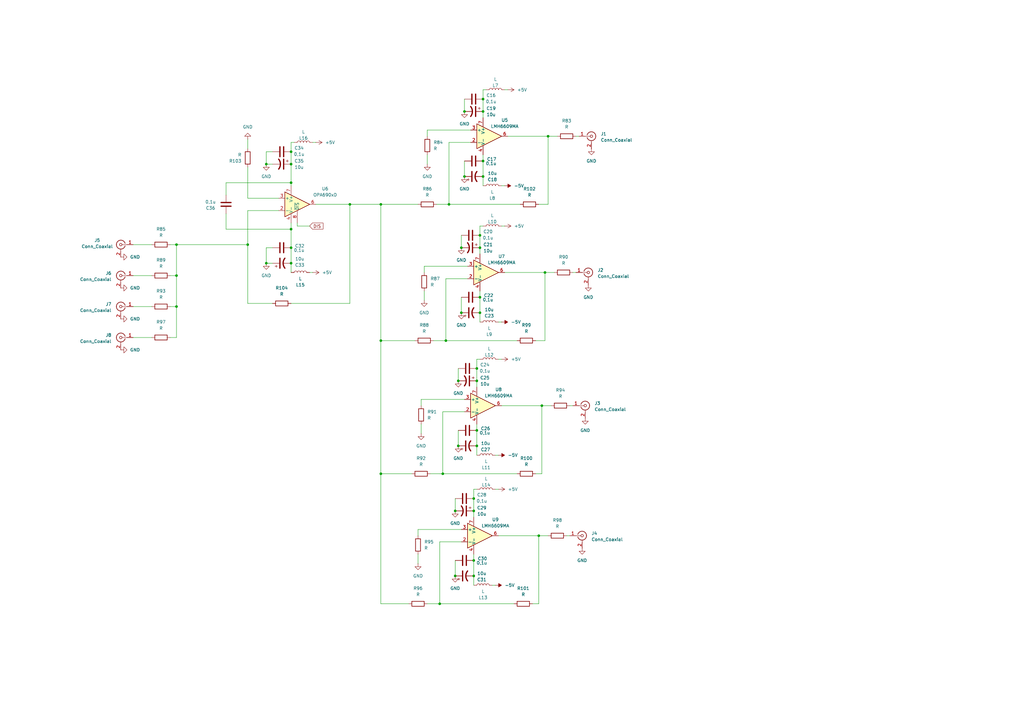
<source format=kicad_sch>
(kicad_sch (version 20250114) (generator "eeschema") (generator_version "9.0")
  (paper "A3")
  (title_block (title "ZDC FIFO custom") (date "2025-02-26") (rev "0.0") (company "INFN Torino") (comment 1 "Stefan Cristi Zugravel") (comment 2 "zugravel@to.infn.it"))
  (lib_symbols
    (symbol "Amplifier_Operational:LMH6609MA" (pin_names (offset 0.127))
      (property "Reference" "U" (at 0 6.35 0))
      (property "Value" "LMH6609MA" (at 0 3.81 0))
      (symbol "LMH6609MA_0_1"
        (polyline (pts (xy -5.08 5.08) (xy 5.08 0) (xy -5.08 -5.08) (xy -5.08 5.08)) (stroke (width 0.254)) (fill (type background)))
      )
      (symbol "LMH6609MA_1_1"
        (pin input line (at -7.62 2.54 0) (length 2.54) (name "+") (number "3"))
        (pin input line (at -7.62 -2.54 0) (length 2.54) (name "-") (number "2"))
        (pin power_in line (at -2.54 7.62 270) (length 3.81) (name "V+") (number "7"))
        (pin no_connect line (at -2.54 2.54 270) (length 2.54) (hide yes) (name "NC") (number "1"))
        (pin power_in line (at -2.54 -7.62 90) (length 3.81) (name "V-") (number "4"))
        (pin no_connect line (at 0 2.54 270) (length 2.54) (hide yes) (name "NC") (number "5"))
        (pin no_connect line (at 0 -2.54 90) (length 2.54) (hide yes) (name "NC") (number "8"))
        (pin output line (at 7.62 0 180) (length 2.54) (name "~") (number "6"))
      )
    )
    (symbol "Amplifier_Operational:OPA690xD" (pin_names (offset 0.127))
      (property "Reference" "U" (at -1.27 6.35 0))
      (property "Value" "OPA690xD" (at -1.27 3.81 0))
      (symbol "OPA690xD_0_1"
        (polyline (pts (xy -5.08 5.08) (xy 5.08 0) (xy -5.08 -5.08) (xy -5.08 5.08)) (stroke (width 0.254)) (fill (type background)))
        (pin power_in line (at -2.54 7.62 270) (length 3.81) (name "V+") (number "7"))
        (pin power_in line (at -2.54 -7.62 90) (length 3.81) (name "V-") (number "4"))
      )
      (symbol "OPA690xD_1_1"
        (pin input line (at -7.62 2.54 0) (length 2.54) (name "+") (number "3"))
        (pin input line (at -7.62 -2.54 0) (length 2.54) (name "-") (number "2"))
        (pin no_connect line (at -5.08 5.08 270) (length 2.54) (hide yes) (name "NC") (number "1"))
        (pin no_connect line (at -5.08 -5.08 90) (length 3.81) (hide yes) (name "NC") (number "5"))
        (pin input line (at 0 -7.62 90) (length 5.08) (name "~{DIS}") (number "8"))
        (pin output line (at 7.62 0 180) (length 2.54) (name "~") (number "6"))
      )
    )
    (symbol "Connector:Conn_Coaxial" (pin_names (offset 1.016) (hide yes))
      (property "Reference" "J" (at 0.254 3.048 0))
      (property "Value" "Conn_Coaxial" (at 2.921 0 90))
      (symbol "Conn_Coaxial_0_1"
        (polyline (pts (xy -2.54 0) (xy -0.508 0)))
        (arc (start 1.778 0) (mid 0.222 -1.8079) (end -1.778 -0.508) (stroke (width 0.254)))
        (arc (start -1.778 0.508) (mid 0.2221 1.8084) (end 1.778 0) (stroke (width 0.254)))
        (circle (center 0 0) (radius 0.508) (stroke (width 0.2032)))
        (polyline (pts (xy 0 -2.54) (xy 0 -1.778)))
      )
      (symbol "Conn_Coaxial_1_1"
        (pin passive line (at -5.08 0 0) (length 2.54) (name "In") (number "1"))
        (pin passive line (at 0 -5.08 90) (length 2.54) (name "Ext") (number "2"))
      )
    )
    (symbol "Device:C" (pin_numbers (hide yes)) (pin_names (offset 0.254))
      (property "Reference" "C" (at 0.635 2.54 0))
      (property "Value" "C" (at 0.635 -2.54 0))
      (symbol "C_0_1"
        (polyline (pts (xy -2.032 0.762) (xy 2.032 0.762)) (stroke (width 0.508)))
        (polyline (pts (xy -2.032 -0.762) (xy 2.032 -0.762)) (stroke (width 0.508)))
      )
      (symbol "C_1_1"
        (pin passive line (at 0 3.81 270) (length 2.794) (name "~") (number "1"))
        (pin passive line (at 0 -3.81 90) (length 2.794) (name "~") (number "2"))
      )
    )
    (symbol "Device:C_Polarized_US" (pin_numbers (hide yes)) (pin_names (offset 0.254) (hide yes))
      (property "Reference" "C" (at 0.635 2.54 0))
      (property "Value" "C_Polarized_US" (at 0.635 -2.54 0))
      (symbol "C_Polarized_US_0_1"
        (polyline (pts (xy -2.032 0.762) (xy 2.032 0.762)) (stroke (width 0.508)))
        (polyline (pts (xy -1.778 2.286) (xy -0.762 2.286)))
        (polyline (pts (xy -1.27 1.778) (xy -1.27 2.794)))
        (arc (start -2.032 -1.27) (mid 0 -0.5572) (end 2.032 -1.27) (stroke (width 0.508)))
      )
      (symbol "C_Polarized_US_1_1"
        (pin passive line (at 0 3.81 270) (length 2.794) (name "~") (number "1"))
        (pin passive line (at 0 -3.81 90) (length 3.302) (name "~") (number "2"))
      )
    )
    (symbol "Device:L" (pin_numbers (hide yes)) (pin_names (offset 1.016) (hide yes))
      (property "Reference" "L" (at -1.27 0 90))
      (property "Value" "L" (at 1.905 0 90))
      (symbol "L_0_1"
        (arc (start 0 2.54) (mid 0.6323 1.905) (end 0 1.27))
        (arc (start 0 1.27) (mid 0.6323 0.635) (end 0 0))
        (arc (start 0 0) (mid 0.6323 -0.635) (end 0 -1.27))
        (arc (start 0 -1.27) (mid 0.6323 -1.905) (end 0 -2.54))
      )
      (symbol "L_1_1"
        (pin passive line (at 0 3.81 270) (length 1.27) (name "1") (number "1"))
        (pin passive line (at 0 -3.81 90) (length 1.27) (name "2") (number "2"))
      )
    )
    (symbol "Device:R" (pin_numbers (hide yes)) (pin_names (offset 0))
      (property "Reference" "R" (at 2.032 0 90))
      (property "Value" "R" (at 0 0 90))
      (symbol "R_0_1"
        (rectangle (start -1.016 -2.54) (end 1.016 2.54) (stroke (width 0.254)))
      )
      (symbol "R_1_1"
        (pin passive line (at 0 3.81 270) (length 1.27) (name "~") (number "1"))
        (pin passive line (at 0 -3.81 90) (length 1.27) (name "~") (number "2"))
      )
    )
    (symbol "power:+5V" (power) (pin_numbers (hide yes)) (pin_names (offset 0) (hide yes))
      (property "Value" "+5V" (at 0 3.556 0))
      (symbol "+5V_0_1"
        (polyline (pts (xy -0.762 1.27) (xy 0 2.54)))
        (polyline (pts (xy 0 2.54) (xy 0.762 1.27)))
        (polyline (pts (xy 0 0) (xy 0 2.54)))
      )
      (symbol "+5V_1_1"
        (pin power_in line (at 0 0 90) (length 0) (name "~") (number "1"))
      )
    )
    (symbol "power:-5V" (power) (pin_numbers (hide yes)) (pin_names (offset 0) (hide yes))
      (property "Value" "-5V" (at 0 3.556 0))
      (symbol "-5V_0_0"
        (pin power_in line (at 0 0 90) (length 0) (name "~") (number "1"))
      )
      (symbol "-5V_0_1"
        (polyline (pts (xy 0 0) (xy 0 1.27) (xy 0.762 1.27) (xy 0 2.54) (xy -0.762 1.27) (xy 0 1.27)) (fill (type outline)))
      )
    )
    (symbol "power:GND" (power) (pin_numbers (hide yes)) (pin_names (offset 0) (hide yes))
      (property "Value" "GND" (at 0 -3.81 0))
      (symbol "GND_0_1"
        (polyline (pts (xy 0 0) (xy 0 -1.27) (xy 1.27 -1.27) (xy 0 -2.54) (xy -1.27 -1.27) (xy 0 -1.27)))
      )
      (symbol "GND_1_1"
        (pin power_in line (at 0 0 270) (length 0) (name "~") (number "1"))
      )
    )
  )
  (junction (at 72.39 113.03))
  (junction (at 156.21 194.31))
  (junction (at 223.52 111.76))
  (junction (at 195.58 151.13))
  (junction (at 72.39 100.33))
  (junction (at 187.96 156.21))
  (junction (at 119.38 93.98))
  (junction (at 194.31 236.22))
  (junction (at 190.5 45.72))
  (junction (at 194.31 204.47))
  (junction (at 198.12 72.39))
  (junction (at 195.58 182.88))
  (junction (at 196.85 128.27))
  (junction (at 198.12 40.64))
  (junction (at 198.12 45.72))
  (junction (at 222.25 166.37))
  (junction (at 190.5 72.39))
  (junction (at 189.23 128.27))
  (junction (at 182.88 139.7))
  (junction (at 196.85 96.52))
  (junction (at 109.22 107.95))
  (junction (at 156.21 139.7))
  (junction (at 143.51 83.82))
  (junction (at 195.58 176.53))
  (junction (at 194.31 209.55))
  (junction (at 220.98 219.71))
  (junction (at 196.85 121.92))
  (junction (at 181.61 194.31))
  (junction (at 187.96 182.88))
  (junction (at 196.85 101.6))
  (junction (at 109.22 67.31))
  (junction (at 224.79 55.88))
  (junction (at 119.38 74.93))
  (junction (at 72.39 125.73))
  (junction (at 195.58 156.21))
  (junction (at 119.38 101.6))
  (junction (at 198.12 66.04))
  (junction (at 184.15 83.82))
  (junction (at 189.23 101.6))
  (junction (at 180.34 247.65))
  (junction (at 186.69 209.55))
  (junction (at 194.31 229.87))
  (junction (at 119.38 107.95))
  (junction (at 119.38 62.23))
  (junction (at 101.6 100.33))
  (junction (at 156.21 83.82))
  (junction (at 119.38 67.31))
  (junction (at 186.69 236.22))
  (wire (pts (xy 109.22 101.6) (xy 111.76 101.6)))
  (wire (pts (xy 171.45 227.33) (xy 171.45 231.14)))
  (wire (pts (xy 175.26 55.88) (xy 175.26 53.34)))
  (wire (pts (xy 109.22 101.6) (xy 109.22 107.95)))
  (wire (pts (xy 232.41 219.71) (xy 233.68 219.71)))
  (wire (pts (xy 182.88 114.3) (xy 191.77 114.3)))
  (wire (pts (xy 220.98 247.65) (xy 220.98 219.71)))
  (wire (pts (xy 198.12 72.39) (xy 198.12 76.2)))
  (wire (pts (xy 187.96 151.13) (xy 187.96 156.21)))
  (wire (pts (xy 54.61 125.73) (xy 62.23 125.73)))
  (wire (pts (xy 198.12 48.26) (xy 198.12 45.72)))
  (wire (pts (xy 172.72 173.99) (xy 172.72 177.8)))
  (wire (pts (xy 223.52 111.76) (xy 227.33 111.76)))
  (wire (pts (xy 194.31 227.33) (xy 194.31 229.87)))
  (wire (pts (xy 101.6 68.58) (xy 101.6 81.28)))
  (wire (pts (xy 194.31 236.22) (xy 194.31 240.03)))
  (wire (pts (xy 195.58 173.99) (xy 195.58 176.53)))
  (wire (pts (xy 175.26 63.5) (xy 175.26 67.31)))
  (wire (pts (xy 223.52 139.7) (xy 223.52 111.76)))
  (wire (pts (xy 198.12 92.71) (xy 196.85 92.71)))
  (wire (pts (xy 222.25 166.37) (xy 226.06 166.37)))
  (wire (pts (xy 101.6 60.96) (xy 101.6 57.15)))
  (wire (pts (xy 119.38 67.31) (xy 119.38 62.23)))
  (wire (pts (xy 171.45 219.71) (xy 171.45 217.17)))
  (wire (pts (xy 195.58 200.66) (xy 194.31 200.66)))
  (wire (pts (xy 190.5 66.04) (xy 190.5 72.39)))
  (wire (pts (xy 186.69 204.47) (xy 186.69 209.55)))
  (wire (pts (xy 180.34 247.65) (xy 180.34 222.25)))
  (wire (pts (xy 69.85 138.43) (xy 72.39 138.43)))
  (wire (pts (xy 176.53 194.31) (xy 181.61 194.31)))
  (wire (pts (xy 184.15 58.42) (xy 193.04 58.42)))
  (wire (pts (xy 196.85 121.92) (xy 196.85 128.27)))
  (wire (pts (xy 172.72 166.37) (xy 172.72 163.83)))
  (wire (pts (xy 189.23 96.52) (xy 189.23 101.6)))
  (wire (pts (xy 204.47 132.08) (xy 205.74 132.08)))
  (wire (pts (xy 127 92.71) (xy 121.92 92.71)))
  (wire (pts (xy 101.6 124.46) (xy 101.6 100.33)))
  (wire (pts (xy 180.34 222.25) (xy 189.23 222.25)))
  (wire (pts (xy 171.45 217.17) (xy 189.23 217.17)))
  (wire (pts (xy 198.12 66.04) (xy 198.12 72.39)))
  (wire (pts (xy 234.95 111.76) (xy 236.22 111.76)))
  (wire (pts (xy 121.92 92.71) (xy 121.92 91.44)))
  (wire (pts (xy 92.71 87.63) (xy 92.71 93.98)))
  (wire (pts (xy 198.12 36.83) (xy 198.12 40.64)))
  (wire (pts (xy 224.79 83.82) (xy 224.79 55.88)))
  (wire (pts (xy 143.51 83.82) (xy 156.21 83.82)))
  (wire (pts (xy 181.61 194.31) (xy 181.61 168.91)))
  (wire (pts (xy 156.21 247.65) (xy 167.64 247.65)))
  (wire (pts (xy 120.65 58.42) (xy 119.38 58.42)))
  (wire (pts (xy 175.26 53.34) (xy 193.04 53.34)))
  (wire (pts (xy 205.74 92.71) (xy 207.01 92.71)))
  (wire (pts (xy 233.68 166.37) (xy 234.95 166.37)))
  (wire (pts (xy 119.38 107.95) (xy 119.38 111.76)))
  (wire (pts (xy 204.47 147.32) (xy 205.74 147.32)))
  (wire (pts (xy 111.76 124.46) (xy 101.6 124.46)))
  (wire (pts (xy 182.88 139.7) (xy 182.88 114.3)))
  (wire (pts (xy 129.54 83.82) (xy 143.51 83.82)))
  (wire (pts (xy 203.2 186.69) (xy 204.47 186.69)))
  (wire (pts (xy 173.99 111.76) (xy 173.99 109.22)))
  (wire (pts (xy 181.61 194.31) (xy 212.09 194.31)))
  (wire (pts (xy 203.2 200.66) (xy 204.47 200.66)))
  (wire (pts (xy 119.38 93.98) (xy 119.38 101.6)))
  (wire (pts (xy 195.58 147.32) (xy 195.58 151.13)))
  (wire (pts (xy 128.27 58.42) (xy 129.54 58.42)))
  (wire (pts (xy 196.85 147.32) (xy 195.58 147.32)))
  (wire (pts (xy 72.39 125.73) (xy 72.39 138.43)))
  (wire (pts (xy 109.22 62.23) (xy 109.22 67.31)))
  (wire (pts (xy 201.93 240.03) (xy 203.2 240.03)))
  (wire (pts (xy 143.51 124.46) (xy 143.51 83.82)))
  (wire (pts (xy 101.6 86.36) (xy 101.6 100.33)))
  (wire (pts (xy 156.21 194.31) (xy 156.21 247.65)))
  (wire (pts (xy 207.01 111.76) (xy 223.52 111.76)))
  (wire (pts (xy 156.21 139.7) (xy 170.18 139.7)))
  (wire (pts (xy 72.39 100.33) (xy 69.85 100.33)))
  (wire (pts (xy 119.38 67.31) (xy 119.38 74.93)))
  (wire (pts (xy 119.38 58.42) (xy 119.38 62.23)))
  (wire (pts (xy 177.8 139.7) (xy 182.88 139.7)))
  (wire (pts (xy 92.71 93.98) (xy 119.38 93.98)))
  (wire (pts (xy 184.15 83.82) (xy 184.15 58.42)))
  (wire (pts (xy 156.21 83.82) (xy 156.21 139.7)))
  (wire (pts (xy 72.39 113.03) (xy 69.85 113.03)))
  (wire (pts (xy 69.85 125.73) (xy 72.39 125.73)))
  (wire (pts (xy 54.61 100.33) (xy 62.23 100.33)))
  (wire (pts (xy 198.12 63.5) (xy 198.12 66.04)))
  (wire (pts (xy 172.72 163.83) (xy 190.5 163.83)))
  (wire (pts (xy 114.3 81.28) (xy 101.6 81.28)))
  (wire (pts (xy 114.3 86.36) (xy 101.6 86.36)))
  (wire (pts (xy 72.39 113.03) (xy 72.39 125.73)))
  (wire (pts (xy 127 111.76) (xy 128.27 111.76)))
  (wire (pts (xy 207.01 36.83) (xy 208.28 36.83)))
  (wire (pts (xy 195.58 182.88) (xy 195.58 186.69)))
  (wire (pts (xy 220.98 83.82) (xy 224.79 83.82)))
  (wire (pts (xy 171.45 83.82) (xy 156.21 83.82)))
  (wire (pts (xy 196.85 104.14) (xy 196.85 101.6)))
  (wire (pts (xy 196.85 92.71) (xy 196.85 96.52)))
  (wire (pts (xy 195.58 156.21) (xy 195.58 151.13)))
  (wire (pts (xy 109.22 62.23) (xy 111.76 62.23)))
  (wire (pts (xy 156.21 194.31) (xy 168.91 194.31)))
  (wire (pts (xy 92.71 80.01) (xy 92.71 74.93)))
  (wire (pts (xy 190.5 40.64) (xy 190.5 45.72)))
  (wire (pts (xy 54.61 113.03) (xy 62.23 113.03)))
  (wire (pts (xy 205.74 76.2) (xy 207.01 76.2)))
  (wire (pts (xy 208.28 55.88) (xy 224.79 55.88)))
  (wire (pts (xy 156.21 139.7) (xy 156.21 194.31)))
  (wire (pts (xy 196.85 101.6) (xy 196.85 96.52)))
  (wire (pts (xy 72.39 100.33) (xy 101.6 100.33)))
  (wire (pts (xy 187.96 176.53) (xy 187.96 182.88)))
  (wire (pts (xy 220.98 219.71) (xy 224.79 219.71)))
  (wire (pts (xy 194.31 212.09) (xy 194.31 209.55)))
  (wire (pts (xy 72.39 100.33) (xy 72.39 113.03)))
  (wire (pts (xy 54.61 138.43) (xy 62.23 138.43)))
  (wire (pts (xy 236.22 55.88) (xy 237.49 55.88)))
  (wire (pts (xy 195.58 158.75) (xy 195.58 156.21)))
  (wire (pts (xy 109.22 107.95) (xy 111.76 107.95)))
  (wire (pts (xy 194.31 200.66) (xy 194.31 204.47)))
  (wire (pts (xy 119.38 101.6) (xy 119.38 107.95)))
  (wire (pts (xy 179.07 83.82) (xy 184.15 83.82)))
  (wire (pts (xy 194.31 209.55) (xy 194.31 204.47)))
  (wire (pts (xy 184.15 83.82) (xy 213.36 83.82)))
  (wire (pts (xy 182.88 139.7) (xy 212.09 139.7)))
  (wire (pts (xy 119.38 74.93) (xy 119.38 76.2)))
  (wire (pts (xy 194.31 229.87) (xy 194.31 236.22)))
  (wire (pts (xy 195.58 176.53) (xy 195.58 182.88)))
  (wire (pts (xy 219.71 194.31) (xy 222.25 194.31)))
  (wire (pts (xy 196.85 119.38) (xy 196.85 121.92)))
  (wire (pts (xy 219.71 139.7) (xy 223.52 139.7)))
  (wire (pts (xy 180.34 247.65) (xy 210.82 247.65)))
  (wire (pts (xy 196.85 128.27) (xy 196.85 132.08)))
  (wire (pts (xy 92.71 74.93) (xy 119.38 74.93)))
  (wire (pts (xy 189.23 121.92) (xy 189.23 128.27)))
  (wire (pts (xy 198.12 45.72) (xy 198.12 40.64)))
  (wire (pts (xy 109.22 67.31) (xy 111.76 67.31)))
  (wire (pts (xy 199.39 36.83) (xy 198.12 36.83)))
  (wire (pts (xy 218.44 247.65) (xy 220.98 247.65)))
  (wire (pts (xy 186.69 229.87) (xy 186.69 236.22)))
  (wire (pts (xy 175.26 247.65) (xy 180.34 247.65)))
  (wire (pts (xy 173.99 119.38) (xy 173.99 123.19)))
  (wire (pts (xy 204.47 219.71) (xy 220.98 219.71)))
  (wire (pts (xy 119.38 124.46) (xy 143.51 124.46)))
  (wire (pts (xy 224.79 55.88) (xy 228.6 55.88)))
  (wire (pts (xy 173.99 109.22) (xy 191.77 109.22)))
  (wire (pts (xy 119.38 91.44) (xy 119.38 93.98)))
  (wire (pts (xy 222.25 194.31) (xy 222.25 166.37)))
  (wire (pts (xy 205.74 166.37) (xy 222.25 166.37)))
  (wire (pts (xy 181.61 168.91) (xy 190.5 168.91)))
  (global_label "DIS" (shape input) (at 127 92.71 0) (property "Intersheetrefs" "${INTERSHEET_REFS}" (effects (hide yes))))
  (symbol (lib_id "power:GND") (at 187.96 182.88 0) (unit 1)
    (property "Reference" "#PWR025" (effects (hide yes)))
    (property "Value" "GND" (at 187.96 187.96 0))
    (property "Description" "Power symbol creates a global label with name \"GND\" , ground" (effects (hide yes)))
  )
  (symbol (lib_id "Connector:Conn_Coaxial") (at 49.53 100.33 0) (mirror y) (unit 1)
    (property "Reference" "J5" (at 39.878 98.552 0))
    (property "Value" "Conn_Coaxial" (at 39.878 101.092 0))
    (property "Description" "coaxial connector (BNC, SMA, SMB, SMC, Cinch/RCA, LEMO, ...)" (effects (hide yes)))
  )
  (symbol (lib_id "power:-5V") (at 205.74 132.08 270) (unit 1)
    (property "Reference" "#PWR042" (effects (hide yes)))
    (property "Value" "-5V" (at 209.55 132.0799 90) (effects (justify left)))
    (property "Description" "Power symbol creates a global label with name \"-5V\"" (effects (hide yes)))
  )
  (symbol (lib_id "Device:R") (at 66.04 100.33 90) (unit 1)
    (property "Reference" "R85" (at 66.04 93.98 90))
    (property "Value" "R" (at 66.04 96.52 90))
    (property "Description" "Resistor" (effects (hide yes)))
  )
  (symbol (lib_id "power:GND") (at 172.72 177.8 0) (unit 1)
    (property "Reference" "#PWR023" (effects (hide yes)))
    (property "Value" "GND" (at 172.72 182.88 0))
    (property "Description" "Power symbol creates a global label with name \"GND\" , ground" (effects (hide yes)))
  )
  (symbol (lib_id "Device:L") (at 201.93 76.2 90) (unit 1)
    (property "Reference" "L8" (at 201.93 81.28 90))
    (property "Value" "L" (at 201.93 78.74 90))
    (property "Description" "Inductor" (effects (hide yes)))
  )
  (symbol (lib_id "Device:C_Polarized_US") (at 193.04 128.27 90) (unit 1)
    (property "Reference" "C23" (at 200.66 129.54 90))
    (property "Value" "10u" (at 200.66 127 90))
    (property "Description" "Polarized capacitor, US symbol" (effects (hide yes)))
  )
  (symbol (lib_id "Device:C_Polarized_US") (at 194.31 72.39 90) (unit 1)
    (property "Reference" "C18" (at 201.93 73.66 90))
    (property "Value" "10u" (at 201.93 71.12 90))
    (property "Description" "Polarized capacitor, US symbol" (effects (hide yes)))
  )
  (symbol (lib_id "Device:R") (at 215.9 139.7 90) (unit 1)
    (property "Reference" "R99" (at 215.9 133.35 90))
    (property "Value" "R" (at 215.9 135.89 90))
    (property "Description" "Resistor" (effects (hide yes)))
  )
  (symbol (lib_id "Device:R") (at 232.41 55.88 90) (unit 1)
    (property "Reference" "R83" (at 232.41 49.53 90))
    (property "Value" "R" (at 232.41 52.07 90))
    (property "Description" "Resistor" (effects (hide yes)))
  )
  (symbol (lib_id "Device:R") (at 231.14 111.76 90) (unit 1)
    (property "Reference" "R90" (at 231.14 105.41 90))
    (property "Value" "R" (at 231.14 107.95 90))
    (property "Description" "Resistor" (effects (hide yes)))
  )
  (symbol (lib_id "Device:C_Polarized_US") (at 191.77 156.21 270) (unit 1)
    (property "Reference" "C25" (at 198.882 154.94 90))
    (property "Value" "10u" (at 198.882 157.48 90))
    (property "Description" "Polarized capacitor, US symbol" (effects (hide yes)))
  )
  (symbol (lib_id "Device:C") (at 194.31 66.04 90) (unit 1)
    (property "Reference" "C17" (at 201.676 65.278 90))
    (property "Value" "0,1u" (at 201.422 67.056 90))
    (property "Description" "Unpolarized capacitor" (effects (hide yes)))
  )
  (symbol (lib_id "Device:R") (at 101.6 64.77 180) (unit 1)
    (property "Reference" "R103" (at 99.06 66.0401 0) (effects (justify left)))
    (property "Value" "R" (at 99.06 63.5001 0) (effects (justify left)))
    (property "Description" "Resistor" (effects (hide yes)))
  )
  (symbol (lib_id "Device:C") (at 92.71 83.82 0) (unit 1)
    (property "Reference" "C36" (at 86.36 85.344 0))
    (property "Value" "0,1u" (at 86.36 82.804 0))
    (property "Description" "Unpolarized capacitor" (effects (hide yes)))
  )
  (symbol (lib_id "Device:R") (at 175.26 59.69 0) (unit 1)
    (property "Reference" "R84" (at 177.8 58.4199 0) (effects (justify left)))
    (property "Value" "R" (at 177.8 60.9599 0) (effects (justify left)))
    (property "Description" "Resistor" (effects (hide yes)))
  )
  (symbol (lib_id "Device:C_Polarized_US") (at 191.77 182.88 90) (unit 1)
    (property "Reference" "C27" (at 199.136 184.404 90))
    (property "Value" "10u" (at 199.136 181.864 90))
    (property "Description" "Polarized capacitor, US symbol" (effects (hide yes)))
  )
  (symbol (lib_id "Connector:Conn_Coaxial") (at 49.53 138.43 0) (mirror y) (unit 1)
    (property "Reference" "J8" (at 45.72 137.4531 0) (effects (justify left)))
    (property "Value" "Conn_Coaxial" (at 45.72 139.9931 0) (effects (justify left)))
    (property "Description" "coaxial connector (BNC, SMA, SMB, SMC, Cinch/RCA, LEMO, ...)" (effects (hide yes)))
  )
  (symbol (lib_id "power:+5V") (at 205.74 147.32 270) (unit 1)
    (property "Reference" "#PWR041" (effects (hide yes)))
    (property "Value" "+5V" (at 209.55 147.3199 90) (effects (justify left)))
    (property "Description" "Power symbol creates a global label with name \"+5V\"" (effects (hide yes)))
  )
  (symbol (lib_id "power:GND") (at 49.53 118.11 90) (unit 1)
    (property "Reference" "#PWR035" (effects (hide yes)))
    (property "Value" "GND" (at 53.34 118.1099 90) (effects (justify right)))
    (property "Description" "Power symbol creates a global label with name \"GND\" , ground" (effects (hide yes)))
  )
  (symbol (lib_id "power:-5V") (at 203.2 240.03 270) (unit 1)
    (property "Reference" "#PWR044" (effects (hide yes)))
    (property "Value" "-5V" (at 207.01 240.0299 90) (effects (justify left)))
    (property "Description" "Power symbol creates a global label with name \"-5V\"" (effects (hide yes)))
  )
  (symbol (lib_id "Device:C") (at 115.57 101.6 90) (unit 1)
    (property "Reference" "C32" (at 122.936 100.838 90))
    (property "Value" "0,1u" (at 122.682 102.616 90))
    (property "Description" "Unpolarized capacitor" (effects (hide yes)))
  )
  (symbol (lib_id "Connector:Conn_Coaxial") (at 238.76 219.71 0) (unit 1)
    (property "Reference" "J4" (at 242.57 218.7331 0) (effects (justify left)))
    (property "Value" "Conn_Coaxial" (at 242.57 221.2731 0) (effects (justify left)))
    (property "Description" "coaxial connector (BNC, SMA, SMB, SMC, Cinch/RCA, LEMO, ...)" (effects (hide yes)))
  )
  (symbol (lib_id "Device:C") (at 193.04 96.52 270) (unit 1)
    (property "Reference" "C20" (at 200.152 94.996 90))
    (property "Value" "0,1u" (at 200.152 97.536 90))
    (property "Description" "Unpolarized capacitor" (effects (hide yes)))
  )
  (symbol (lib_id "Device:R") (at 171.45 223.52 0) (unit 1)
    (property "Reference" "R95" (at 173.99 222.2499 0) (effects (justify left)))
    (property "Value" "R" (at 173.99 224.7899 0) (effects (justify left)))
    (property "Description" "Resistor" (effects (hide yes)))
  )
  (symbol (lib_id "power:GND") (at 101.6 57.15 180) (unit 1)
    (property "Reference" "#PWR033" (effects (hide yes)))
    (property "Value" "GND" (at 101.6 52.07 0))
    (property "Description" "Power symbol creates a global label with name \"GND\" , ground" (effects (hide yes)))
  )
  (symbol (lib_id "Device:C_Polarized_US") (at 115.57 107.95 90) (unit 1)
    (property "Reference" "C33" (at 122.936 108.712 90))
    (property "Value" "10u" (at 122.936 106.172 90))
    (property "Description" "Polarized capacitor, US symbol" (effects (hide yes)))
  )
  (symbol (lib_id "Device:R") (at 173.99 115.57 0) (unit 1)
    (property "Reference" "R87" (at 176.53 114.2999 0) (effects (justify left)))
    (property "Value" "R" (at 176.53 116.8399 0) (effects (justify left)))
    (property "Description" "Resistor" (effects (hide yes)))
  )
  (symbol (lib_id "Device:R") (at 66.04 113.03 90) (unit 1)
    (property "Reference" "R89" (at 66.04 106.68 90))
    (property "Value" "R" (at 66.04 109.22 90))
    (property "Description" "Resistor" (effects (hide yes)))
  )
  (symbol (lib_id "power:GND") (at 190.5 72.39 0) (unit 1)
    (property "Reference" "#PWR03" (effects (hide yes)))
    (property "Value" "GND" (at 190.5 77.47 0))
    (property "Description" "Power symbol creates a global label with name \"GND\" , ground" (effects (hide yes)))
  )
  (symbol (lib_id "power:GND") (at 171.45 231.14 0) (unit 1)
    (property "Reference" "#PWR027" (effects (hide yes)))
    (property "Value" "GND" (at 171.45 236.22 0))
    (property "Description" "Power symbol creates a global label with name \"GND\" , ground" (effects (hide yes)))
  )
  (symbol (lib_id "power:GND") (at 49.53 143.51 90) (unit 1)
    (property "Reference" "#PWR037" (effects (hide yes)))
    (property "Value" "GND" (at 53.34 143.5099 90) (effects (justify right)))
    (property "Description" "Power symbol creates a global label with name \"GND\" , ground" (effects (hide yes)))
  )
  (symbol (lib_id "power:+5V") (at 129.54 58.42 270) (unit 1)
    (property "Reference" "#PWR046" (effects (hide yes)))
    (property "Value" "+5V" (at 133.35 58.4199 90) (effects (justify left)))
    (property "Description" "Power symbol creates a global label with name \"+5V\"" (effects (hide yes)))
  )
  (symbol (lib_id "Amplifier_Operational:LMH6609MA") (at 199.39 111.76 0) (unit 1)
    (property "Reference" "U7" (at 205.74 105.156 0))
    (property "Value" "LMH6609MA" (at 205.74 107.696 0))
    (property "Footprint" "Package_SO:SOIC-8_3.9x4.9mm_P1.27mm" (effects (hide yes)))
    (property "Datasheet" "http://www.ti.com/lit/ds/symlink/lmh6609.pdf" (effects (hide yes)))
    (property "Description" "900MHz Voltage Feedback Op Amp, SOIC-8" (effects (hide yes)))
  )
  (symbol (lib_id "Device:C_Polarized_US") (at 115.57 67.31 270) (unit 1)
    (property "Reference" "C35" (at 122.682 66.04 90))
    (property "Value" "10u" (at 122.682 68.58 90))
    (property "Description" "Polarized capacitor, US symbol" (effects (hide yes)))
  )
  (symbol (lib_id "Device:L") (at 199.39 200.66 90) (unit 1)
    (property "Reference" "L14" (at 199.39 198.882 90))
    (property "Value" "L" (at 199.39 196.342 90))
    (property "Description" "Inductor" (effects (hide yes)))
  )
  (symbol (lib_id "power:+5V") (at 207.01 92.71 270) (unit 1)
    (property "Reference" "#PWR040" (effects (hide yes)))
    (property "Value" "+5V" (at 210.82 92.7099 90) (effects (justify left)))
    (property "Description" "Power symbol creates a global label with name \"+5V\"" (effects (hide yes)))
  )
  (symbol (lib_id "Device:L") (at 199.39 186.69 90) (unit 1)
    (property "Reference" "L11" (at 199.39 191.77 90))
    (property "Value" "L" (at 199.39 189.23 90))
    (property "Description" "Inductor" (effects (hide yes)))
  )
  (symbol (lib_id "Amplifier_Operational:LMH6609MA") (at 198.12 166.37 0) (unit 1)
    (property "Reference" "U8" (at 204.47 159.766 0))
    (property "Value" "LMH6609MA" (at 204.47 162.306 0))
    (property "Footprint" "Package_SO:SOIC-8_3.9x4.9mm_P1.27mm" (effects (hide yes)))
    (property "Datasheet" "http://www.ti.com/lit/ds/symlink/lmh6609.pdf" (effects (hide yes)))
    (property "Description" "900MHz Voltage Feedback Op Amp, SOIC-8" (effects (hide yes)))
  )
  (symbol (lib_id "Device:C") (at 191.77 176.53 90) (unit 1)
    (property "Reference" "C26" (at 199.136 175.768 90))
    (property "Value" "0,1u" (at 198.882 177.546 90))
    (property "Description" "Unpolarized capacitor" (effects (hide yes)))
  )
  (symbol (lib_id "Amplifier_Operational:OPA690xD") (at 121.92 83.82 0) (unit 1)
    (property "Reference" "U6" (at 133.35 77.3998 0))
    (property "Value" "OPA690xD" (at 133.35 79.9398 0))
    (property "Footprint" "Package_SO:SOIC-8_3.9x4.9mm_P1.27mm" (effects (hide yes)))
    (property "Datasheet" "https://www.ti.com/lit/ds/symlink/opa690.pdf" (effects (hide yes)))
    (property "Description" "Single Low-Power, 500 MHz GBW, ±2.5V to ±5V Dual Supply, 5V to 12V Single Supply, 190mA output current, 1.8kV/us slew rate, Voltage-Feedback Operational Amplifier with Disable, SO-8" (effects (hide yes)))
  )
  (symbol (lib_id "power:GND") (at 187.96 156.21 0) (unit 1)
    (property "Reference" "#PWR024" (effects (hide yes)))
    (property "Value" "GND" (at 187.96 161.29 0))
    (property "Description" "Power symbol creates a global label with name \"GND\" , ground" (effects (hide yes)))
  )
  (symbol (lib_id "Connector:Conn_Coaxial") (at 241.3 111.76 0) (unit 1)
    (property "Reference" "J2" (at 245.11 110.7831 0) (effects (justify left)))
    (property "Value" "Conn_Coaxial" (at 245.11 113.3231 0) (effects (justify left)))
    (property "Description" "coaxial connector (BNC, SMA, SMB, SMC, Cinch/RCA, LEMO, ...)" (effects (hide yes)))
  )
  (symbol (lib_id "power:GND") (at 109.22 107.95 0) (unit 1)
    (property "Reference" "#PWR031" (effects (hide yes)))
    (property "Value" "GND" (at 109.22 113.03 0))
    (property "Description" "Power symbol creates a global label with name \"GND\" , ground" (effects (hide yes)))
  )
  (symbol (lib_id "Device:R") (at 229.87 166.37 90) (unit 1)
    (property "Reference" "R94" (at 229.87 160.02 90))
    (property "Value" "R" (at 229.87 162.56 90))
    (property "Description" "Resistor" (effects (hide yes)))
  )
  (symbol (lib_id "Device:L") (at 124.46 58.42 90) (unit 1)
    (property "Reference" "L16" (at 124.46 56.642 90))
    (property "Value" "L" (at 124.46 54.102 90))
    (property "Description" "Inductor" (effects (hide yes)))
  )
  (symbol (lib_id "power:GND") (at 173.99 123.19 0) (unit 1)
    (property "Reference" "#PWR019" (effects (hide yes)))
    (property "Value" "GND" (at 173.99 128.27 0))
    (property "Description" "Power symbol creates a global label with name \"GND\" , ground" (effects (hide yes)))
  )
  (symbol (lib_id "power:+5V") (at 204.47 200.66 270) (unit 1)
    (property "Reference" "#PWR045" (effects (hide yes)))
    (property "Value" "+5V" (at 208.28 200.6599 90) (effects (justify left)))
    (property "Description" "Power symbol creates a global label with name \"+5V\"" (effects (hide yes)))
  )
  (symbol (lib_id "Device:C") (at 194.31 40.64 270) (unit 1)
    (property "Reference" "C16" (at 201.422 39.116 90))
    (property "Value" "0,1u" (at 201.422 41.656 90))
    (property "Description" "Unpolarized capacitor" (effects (hide yes)))
  )
  (symbol (lib_id "power:GND") (at 240.03 171.45 0) (unit 1)
    (property "Reference" "#PWR026" (effects (hide yes)))
    (property "Value" "GND" (at 240.03 176.53 0))
    (property "Description" "Power symbol creates a global label with name \"GND\" , ground" (effects (hide yes)))
  )
  (symbol (lib_id "Device:R") (at 217.17 83.82 90) (unit 1)
    (property "Reference" "R102" (at 217.17 77.47 90))
    (property "Value" "R" (at 217.17 80.01 90))
    (property "Description" "Resistor" (effects (hide yes)))
  )
  (symbol (lib_id "Device:C") (at 191.77 151.13 270) (unit 1)
    (property "Reference" "C24" (at 198.882 149.606 90))
    (property "Value" "0,1u" (at 198.882 152.146 90))
    (property "Description" "Unpolarized capacitor" (effects (hide yes)))
  )
  (symbol (lib_id "power:GND") (at 238.76 224.79 0) (unit 1)
    (property "Reference" "#PWR030" (effects (hide yes)))
    (property "Value" "GND" (at 238.76 229.87 0))
    (property "Description" "Power symbol creates a global label with name \"GND\" , ground" (effects (hide yes)))
  )
  (symbol (lib_id "Device:C") (at 115.57 62.23 270) (unit 1)
    (property "Reference" "C34" (at 122.682 60.706 90))
    (property "Value" "0,1u" (at 122.682 63.246 90))
    (property "Description" "Unpolarized capacitor" (effects (hide yes)))
  )
  (symbol (lib_id "power:+5V") (at 128.27 111.76 270) (unit 1)
    (property "Reference" "#PWR047" (effects (hide yes)))
    (property "Value" "+5V" (at 132.08 111.7599 90) (effects (justify left)))
    (property "Description" "Power symbol creates a global label with name \"+5V\"" (effects (hide yes)))
  )
  (symbol (lib_id "Device:R") (at 215.9 194.31 90) (unit 1)
    (property "Reference" "R100" (at 215.9 187.96 90))
    (property "Value" "R" (at 215.9 190.5 90))
    (property "Description" "Resistor" (effects (hide yes)))
  )
  (symbol (lib_id "Device:C") (at 193.04 121.92 90) (unit 1)
    (property "Reference" "C22" (at 200.406 121.158 90))
    (property "Value" "0,1u" (at 200.152 122.936 90))
    (property "Description" "Unpolarized capacitor" (effects (hide yes)))
  )
  (symbol (lib_id "power:GND") (at 189.23 128.27 0) (unit 1)
    (property "Reference" "#PWR021" (effects (hide yes)))
    (property "Value" "GND" (at 189.23 133.35 0))
    (property "Description" "Power symbol creates a global label with name \"GND\" , ground" (effects (hide yes)))
  )
  (symbol (lib_id "Device:L") (at 123.19 111.76 90) (unit 1)
    (property "Reference" "L15" (at 123.19 116.84 90))
    (property "Value" "L" (at 123.19 114.3 90))
    (property "Description" "Inductor" (effects (hide yes)))
  )
  (symbol (lib_id "Device:R") (at 228.6 219.71 90) (unit 1)
    (property "Reference" "R98" (at 228.6 213.36 90))
    (property "Value" "R" (at 228.6 215.9 90))
    (property "Description" "Resistor" (effects (hide yes)))
  )
  (symbol (lib_id "power:+5V") (at 208.28 36.83 270) (unit 1)
    (property "Reference" "#PWR038" (effects (hide yes)))
    (property "Value" "+5V" (at 212.09 36.8299 90) (effects (justify left)))
    (property "Description" "Power symbol creates a global label with name \"+5V\"" (effects (hide yes)))
  )
  (symbol (lib_id "Device:L") (at 203.2 36.83 90) (unit 1)
    (property "Reference" "L7" (at 203.2 35.052 90))
    (property "Value" "L" (at 203.2 32.512 90))
    (property "Description" "Inductor" (effects (hide yes)))
  )
  (symbol (lib_id "Device:C") (at 190.5 204.47 270) (unit 1)
    (property "Reference" "C28" (at 197.612 202.946 90))
    (property "Value" "0,1u" (at 197.612 205.486 90))
    (property "Description" "Unpolarized capacitor" (effects (hide yes)))
  )
  (symbol (lib_id "power:GND") (at 190.5 45.72 0) (unit 1)
    (property "Reference" "#PWR016" (effects (hide yes)))
    (property "Value" "GND" (at 190.5 50.8 0))
    (property "Description" "Power symbol creates a global label with name \"GND\" , ground" (effects (hide yes)))
  )
  (symbol (lib_id "Device:L") (at 200.66 147.32 90) (unit 1)
    (property "Reference" "L12" (at 200.66 145.542 90))
    (property "Value" "L" (at 200.66 143.002 90))
    (property "Description" "Inductor" (effects (hide yes)))
  )
  (symbol (lib_id "Device:R") (at 214.63 247.65 90) (unit 1)
    (property "Reference" "R101" (at 214.63 241.3 90))
    (property "Value" "R" (at 214.63 243.84 90))
    (property "Description" "Resistor" (effects (hide yes)))
  )
  (symbol (lib_id "Device:R") (at 173.99 139.7 90) (unit 1)
    (property "Reference" "R88" (at 173.99 133.35 90))
    (property "Value" "R" (at 173.99 135.89 90))
    (property "Description" "Resistor" (effects (hide yes)))
  )
  (symbol (lib_id "power:GND") (at 241.3 116.84 0) (unit 1)
    (property "Reference" "#PWR022" (effects (hide yes)))
    (property "Value" "GND" (at 241.3 121.92 0))
    (property "Description" "Power symbol creates a global label with name \"GND\" , ground" (effects (hide yes)))
  )
  (symbol (lib_id "Device:C") (at 190.5 229.87 90) (unit 1)
    (property "Reference" "C30" (at 197.866 229.108 90))
    (property "Value" "0,1u" (at 197.612 230.886 90))
    (property "Description" "Unpolarized capacitor" (effects (hide yes)))
  )
  (symbol (lib_id "Device:R") (at 171.45 247.65 90) (unit 1)
    (property "Reference" "R96" (at 171.45 241.3 90))
    (property "Value" "R" (at 171.45 243.84 90))
    (property "Description" "Resistor" (effects (hide yes)))
  )
  (symbol (lib_id "power:GND") (at 49.53 130.81 90) (unit 1)
    (property "Reference" "#PWR036" (effects (hide yes)))
    (property "Value" "GND" (at 53.34 130.8099 90) (effects (justify right)))
    (property "Description" "Power symbol creates a global label with name \"GND\" , ground" (effects (hide yes)))
  )
  (symbol (lib_id "Device:L") (at 200.66 132.08 90) (unit 1)
    (property "Reference" "L9" (at 200.66 137.16 90))
    (property "Value" "L" (at 200.66 134.62 90))
    (property "Description" "Inductor" (effects (hide yes)))
  )
  (symbol (lib_id "Device:C_Polarized_US") (at 190.5 236.22 90) (unit 1)
    (property "Reference" "C31" (at 197.612 237.744 90))
    (property "Value" "10u" (at 197.612 235.204 90))
    (property "Description" "Polarized capacitor, US symbol" (effects (hide yes)))
  )
  (symbol (lib_id "Connector:Conn_Coaxial") (at 49.53 125.73 0) (mirror y) (unit 1)
    (property "Reference" "J7" (at 45.72 124.7531 0) (effects (justify left)))
    (property "Value" "Conn_Coaxial" (at 45.72 127.2931 0) (effects (justify left)))
    (property "Description" "coaxial connector (BNC, SMA, SMB, SMC, Cinch/RCA, LEMO, ...)" (effects (hide yes)))
  )
  (symbol (lib_id "power:-5V") (at 207.01 76.2 270) (unit 1)
    (property "Reference" "#PWR039" (effects (hide yes)))
    (property "Value" "-5V" (at 210.82 76.1999 90) (effects (justify left)))
    (property "Description" "Power symbol creates a global label with name \"-5V\"" (effects (hide yes)))
  )
  (symbol (lib_id "Device:R") (at 66.04 138.43 90) (unit 1)
    (property "Reference" "R97" (at 66.04 132.08 90))
    (property "Value" "R" (at 66.04 134.62 90))
    (property "Description" "Resistor" (effects (hide yes)))
  )
  (symbol (lib_id "Connector:Conn_Coaxial") (at 242.57 55.88 0) (unit 1)
    (property "Reference" "J1" (at 246.38 54.9031 0) (effects (justify left)))
    (property "Value" "Conn_Coaxial" (at 246.38 57.4431 0) (effects (justify left)))
    (property "Description" "coaxial connector (BNC, SMA, SMB, SMC, Cinch/RCA, LEMO, ...)" (effects (hide yes)))
  )
  (symbol (lib_id "Device:C_Polarized_US") (at 194.31 45.72 270) (unit 1)
    (property "Reference" "C19" (at 201.422 44.45 90))
    (property "Value" "10u" (at 201.422 46.99 90))
    (property "Description" "Polarized capacitor, US symbol" (effects (hide yes)))
  )
  (symbol (lib_id "power:GND") (at 242.57 60.96 0) (unit 1)
    (property "Reference" "#PWR02" (effects (hide yes)))
    (property "Value" "GND" (at 242.57 66.04 0))
    (property "Description" "Power symbol creates a global label with name \"GND\" , ground" (effects (hide yes)))
  )
  (symbol (lib_id "Device:L") (at 198.12 240.03 90) (unit 1)
    (property "Reference" "L13" (at 198.12 245.11 90))
    (property "Value" "L" (at 198.12 242.57 90))
    (property "Description" "Inductor" (effects (hide yes)))
  )
  (symbol (lib_id "Device:C_Polarized_US") (at 193.04 101.6 270) (unit 1)
    (property "Reference" "C21" (at 200.152 100.33 90))
    (property "Value" "10u" (at 200.152 102.87 90))
    (property "Description" "Polarized capacitor, US symbol" (effects (hide yes)))
  )
  (symbol (lib_id "power:GND") (at 189.23 101.6 0) (unit 1)
    (property "Reference" "#PWR020" (effects (hide yes)))
    (property "Value" "GND" (at 189.23 106.68 0))
    (property "Description" "Power symbol creates a global label with name \"GND\" , ground" (effects (hide yes)))
  )
  (symbol (lib_id "power:GND") (at 186.69 236.22 0) (unit 1)
    (property "Reference" "#PWR029" (effects (hide yes)))
    (property "Value" "GND" (at 186.69 241.3 0))
    (property "Description" "Power symbol creates a global label with name \"GND\" , ground" (effects (hide yes)))
  )
  (symbol (lib_id "Device:R") (at 175.26 83.82 90) (unit 1)
    (property "Reference" "R86" (at 175.26 77.47 90))
    (property "Value" "R" (at 175.26 80.01 90))
    (property "Description" "Resistor" (effects (hide yes)))
  )
  (symbol (lib_id "Device:R") (at 66.04 125.73 90) (unit 1)
    (property "Reference" "R93" (at 66.04 119.38 90))
    (property "Value" "R" (at 66.04 121.92 90))
    (property "Description" "Resistor" (effects (hide yes)))
  )
  (symbol (lib_id "power:GND") (at 49.53 105.41 90) (unit 1)
    (property "Reference" "#PWR034" (effects (hide yes)))
    (property "Value" "GND" (at 53.34 105.4099 90) (effects (justify right)))
    (property "Description" "Power symbol creates a global label with name \"GND\" , ground" (effects (hide yes)))
  )
  (symbol (lib_id "Device:R") (at 115.57 124.46 90) (unit 1)
    (property "Reference" "R104" (at 115.57 118.11 90))
    (property "Value" "R" (at 115.57 120.65 90))
    (property "Description" "Resistor" (effects (hide yes)))
  )
  (symbol (lib_id "power:GND") (at 186.69 209.55 0) (unit 1)
    (property "Reference" "#PWR028" (effects (hide yes)))
    (property "Value" "GND" (at 186.69 214.63 0))
    (property "Description" "Power symbol creates a global label with name \"GND\" , ground" (effects (hide yes)))
  )
  (symbol (lib_id "power:GND") (at 175.26 67.31 0) (unit 1)
    (property "Reference" "#PWR018" (effects (hide yes)))
    (property "Value" "GND" (at 175.26 72.39 0))
    (property "Description" "Power symbol creates a global label with name \"GND\" , ground" (effects (hide yes)))
  )
  (symbol (lib_id "Device:R") (at 172.72 170.18 0) (unit 1)
    (property "Reference" "R91" (at 175.26 168.9099 0) (effects (justify left)))
    (property "Value" "R" (at 175.26 171.4499 0) (effects (justify left)))
    (property "Description" "Resistor" (effects (hide yes)))
  )
  (symbol (lib_id "Device:L") (at 201.93 92.71 90) (unit 1)
    (property "Reference" "L10" (at 201.93 90.932 90))
    (property "Value" "L" (at 201.93 88.392 90))
    (property "Description" "Inductor" (effects (hide yes)))
  )
  (symbol (lib_id "Amplifier_Operational:LMH6609MA") (at 196.85 219.71 0) (unit 1)
    (property "Reference" "U9" (at 203.2 213.106 0))
    (property "Value" "LMH6609MA" (at 203.2 215.646 0))
    (property "Footprint" "Package_SO:SOIC-8_3.9x4.9mm_P1.27mm" (effects (hide yes)))
    (property "Datasheet" "http://www.ti.com/lit/ds/symlink/lmh6609.pdf" (effects (hide yes)))
    (property "Description" "900MHz Voltage Feedback Op Amp, SOIC-8" (effects (hide yes)))
  )
  (symbol (lib_id "Connector:Conn_Coaxial") (at 240.03 166.37 0) (unit 1)
    (property "Reference" "J3" (at 243.84 165.3931 0) (effects (justify left)))
    (property "Value" "Conn_Coaxial" (at 243.84 167.9331 0) (effects (justify left)))
    (property "Description" "coaxial connector (BNC, SMA, SMB, SMC, Cinch/RCA, LEMO, ...)" (effects (hide yes)))
  )
  (symbol (lib_id "Device:C_Polarized_US") (at 190.5 209.55 270) (unit 1)
    (property "Reference" "C29" (at 197.612 208.28 90))
    (property "Value" "10u" (at 197.612 210.82 90))
    (property "Description" "Polarized capacitor, US symbol" (effects (hide yes)))
  )
  (symbol (lib_id "Device:R") (at 172.72 194.31 90) (unit 1)
    (property "Reference" "R92" (at 172.72 187.96 90))
    (property "Value" "R" (at 172.72 190.5 90))
    (property "Description" "Resistor" (effects (hide yes)))
  )
  (symbol (lib_id "power:-5V") (at 204.47 186.69 270) (unit 1)
    (property "Reference" "#PWR043" (effects (hide yes)))
    (property "Value" "-5V" (at 208.28 186.6899 90) (effects (justify left)))
    (property "Description" "Power symbol creates a global label with name \"-5V\"" (effects (hide yes)))
  )
  (symbol (lib_id "Amplifier_Operational:LMH6609MA") (at 200.66 55.88 0) (unit 1)
    (property "Reference" "U5" (at 207.01 49.276 0))
    (property "Value" "LMH6609MA" (at 207.01 51.816 0))
    (property "Footprint" "Package_SO:SOIC-8_3.9x4.9mm_P1.27mm" (effects (hide yes)))
    (property "Datasheet" "http://www.ti.com/lit/ds/symlink/lmh6609.pdf" (effects (hide yes)))
    (property "Description" "900MHz Voltage Feedback Op Amp, SOIC-8" (effects (hide yes)))
  )
  (symbol (lib_id "Connector:Conn_Coaxial") (at 49.53 113.03 0) (mirror y) (unit 1)
    (property "Reference" "J6" (at 45.72 112.0531 0) (effects (justify left)))
    (property "Value" "Conn_Coaxial" (at 45.72 114.5931 0) (effects (justify left)))
    (property "Description" "coaxial connector (BNC, SMA, SMB, SMC, Cinch/RCA, LEMO, ...)" (effects (hide yes)))
  )
  (symbol (lib_id "power:GND") (at 109.22 67.31 0) (unit 1)
    (property "Reference" "#PWR032" (effects (hide yes)))
    (property "Value" "GND" (at 109.22 72.39 0))
    (property "Description" "Power symbol creates a global label with name \"GND\" , ground" (effects (hide yes)))
  )
)
</source>
